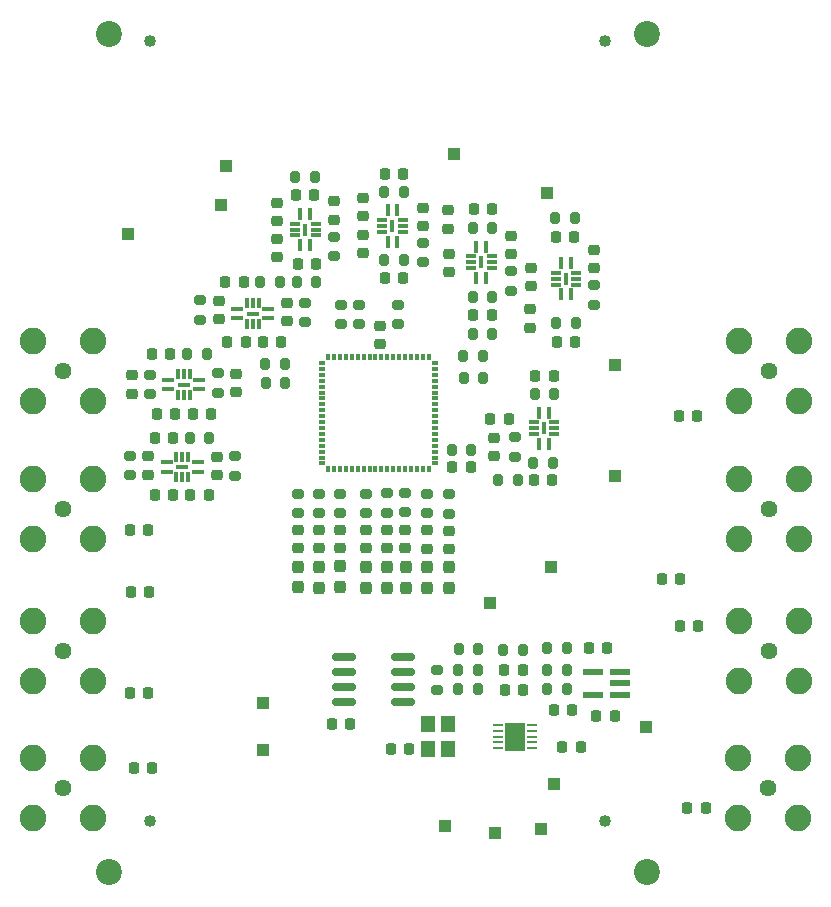
<source format=gts>
%TF.GenerationSoftware,KiCad,Pcbnew,8.0.5*%
%TF.CreationDate,2025-03-31T18:49:43-05:00*%
%TF.ProjectId,PSEC5_Board,50534543-355f-4426-9f61-72642e6b6963,rev?*%
%TF.SameCoordinates,Original*%
%TF.FileFunction,Soldermask,Top*%
%TF.FilePolarity,Negative*%
%FSLAX46Y46*%
G04 Gerber Fmt 4.6, Leading zero omitted, Abs format (unit mm)*
G04 Created by KiCad (PCBNEW 8.0.5) date 2025-03-31 18:49:43*
%MOMM*%
%LPD*%
G01*
G04 APERTURE LIST*
G04 Aperture macros list*
%AMRoundRect*
0 Rectangle with rounded corners*
0 $1 Rounding radius*
0 $2 $3 $4 $5 $6 $7 $8 $9 X,Y pos of 4 corners*
0 Add a 4 corners polygon primitive as box body*
4,1,4,$2,$3,$4,$5,$6,$7,$8,$9,$2,$3,0*
0 Add four circle primitives for the rounded corners*
1,1,$1+$1,$2,$3*
1,1,$1+$1,$4,$5*
1,1,$1+$1,$6,$7*
1,1,$1+$1,$8,$9*
0 Add four rect primitives between the rounded corners*
20,1,$1+$1,$2,$3,$4,$5,0*
20,1,$1+$1,$4,$5,$6,$7,0*
20,1,$1+$1,$6,$7,$8,$9,0*
20,1,$1+$1,$8,$9,$2,$3,0*%
G04 Aperture macros list end*
%ADD10RoundRect,0.225000X-0.250000X0.225000X-0.250000X-0.225000X0.250000X-0.225000X0.250000X0.225000X0*%
%ADD11RoundRect,0.225000X-0.225000X-0.250000X0.225000X-0.250000X0.225000X0.250000X-0.225000X0.250000X0*%
%ADD12R,1.000000X1.000000*%
%ADD13RoundRect,0.225000X0.225000X0.250000X-0.225000X0.250000X-0.225000X-0.250000X0.225000X-0.250000X0*%
%ADD14RoundRect,0.200000X-0.275000X0.200000X-0.275000X-0.200000X0.275000X-0.200000X0.275000X0.200000X0*%
%ADD15RoundRect,0.200000X-0.200000X-0.275000X0.200000X-0.275000X0.200000X0.275000X-0.200000X0.275000X0*%
%ADD16RoundRect,0.200000X0.275000X-0.200000X0.275000X0.200000X-0.275000X0.200000X-0.275000X-0.200000X0*%
%ADD17RoundRect,0.200000X0.200000X0.275000X-0.200000X0.275000X-0.200000X-0.275000X0.200000X-0.275000X0*%
%ADD18R,1.805236X0.612132*%
%ADD19R,0.300000X1.009300*%
%ADD20R,0.299974X1.004824*%
%ADD21R,0.914400X0.304800*%
%ADD22R,0.349758X0.999998*%
%ADD23C,1.440000*%
%ADD24C,2.250000*%
%ADD25RoundRect,0.237500X-0.237500X0.287500X-0.237500X-0.287500X0.237500X-0.287500X0.237500X0.287500X0*%
%ADD26R,1.009300X0.300000*%
%ADD27R,1.004824X0.299974*%
%ADD28R,0.304800X0.914400*%
%ADD29R,0.999998X0.349758*%
%ADD30C,2.200000*%
%ADD31RoundRect,0.225000X0.250000X-0.225000X0.250000X0.225000X-0.250000X0.225000X-0.250000X-0.225000X0*%
%ADD32RoundRect,0.102000X0.500000X0.600000X-0.500000X0.600000X-0.500000X-0.600000X0.500000X-0.600000X0*%
%ADD33R,0.500000X0.300000*%
%ADD34R,0.300000X0.500000*%
%ADD35RoundRect,0.150000X0.825000X0.150000X-0.825000X0.150000X-0.825000X-0.150000X0.825000X-0.150000X0*%
%ADD36R,0.812800X0.254000*%
%ADD37R,1.752600X2.489200*%
%ADD38C,1.020000*%
G04 APERTURE END LIST*
D10*
%TO.C,C116*%
X132964300Y-83775000D03*
X132964300Y-82225000D03*
%TD*%
D11*
%TO.C,C121*%
X129264300Y-85475000D03*
X127714300Y-85475000D03*
%TD*%
D12*
%TO.C,READCLK*%
X133350000Y-60925000D03*
%TD*%
D13*
%TO.C,C35*%
X166675000Y-104150000D03*
X165125000Y-104150000D03*
%TD*%
D14*
%TO.C,R33*%
X164950000Y-67675000D03*
X164950000Y-69325000D03*
%TD*%
D10*
%TO.C,C90*%
X150752071Y-88427071D03*
X150752071Y-89977071D03*
%TD*%
D15*
%TO.C,R24*%
X159800000Y-82700000D03*
X161450000Y-82700000D03*
%TD*%
D16*
%TO.C,R57*%
X147400000Y-86950000D03*
X147400000Y-85300000D03*
%TD*%
D17*
%TO.C,R30*%
X161550000Y-76900000D03*
X159900000Y-76900000D03*
%TD*%
D18*
%TO.C,U4*%
X167150000Y-102350001D03*
X167150000Y-101400000D03*
X167150000Y-100449999D03*
X164849034Y-100449999D03*
X164849034Y-102350001D03*
%TD*%
D17*
%TO.C,R26*%
X155550000Y-75550000D03*
X153900000Y-75550000D03*
%TD*%
D13*
%TO.C,C94*%
X127175000Y-102200000D03*
X125625000Y-102200000D03*
%TD*%
D17*
%TO.C,R36*%
X156325000Y-62810700D03*
X154675000Y-62810700D03*
%TD*%
D19*
%TO.C,IC4*%
X154975000Y-67039650D03*
D20*
X155774999Y-67041812D03*
D21*
X156251300Y-66224999D03*
X156251300Y-65725000D03*
X156251300Y-65225001D03*
D20*
X155774999Y-64408188D03*
X154975001Y-64408188D03*
D21*
X154498700Y-65225001D03*
X154498700Y-65725000D03*
X154498700Y-66224999D03*
D22*
X155350000Y-65725000D03*
%TD*%
D14*
%TO.C,R45*%
X145050000Y-69350000D03*
X145050000Y-71000000D03*
%TD*%
D23*
%TO.C,J10*%
X119975000Y-74950000D03*
D24*
X122515000Y-72410000D03*
X117435000Y-72410000D03*
X122515000Y-77490000D03*
X117435000Y-77490000D03*
%TD*%
D12*
%TO.C,DAC_V_OUT*%
X156125000Y-94600000D03*
%TD*%
D10*
%TO.C,C92*%
X147400000Y-88425000D03*
X147400000Y-89975000D03*
%TD*%
D23*
%TO.C,J3*%
X179700000Y-74950000D03*
D24*
X177160000Y-77490000D03*
X182240000Y-77490000D03*
X177160000Y-72410000D03*
X182240000Y-72410000D03*
%TD*%
D16*
%TO.C,R69*%
X133084444Y-76774999D03*
X133084444Y-75124999D03*
%TD*%
D10*
%TO.C,C89*%
X152625000Y-88475000D03*
X152625000Y-90025000D03*
%TD*%
D12*
%TO.C,ADC_SDO1*%
X156550000Y-114100000D03*
%TD*%
D15*
%TO.C,R12*%
X152875000Y-81600000D03*
X154525000Y-81600000D03*
%TD*%
D11*
%TO.C,C52*%
X161500000Y-75400000D03*
X159950000Y-75400000D03*
%TD*%
D12*
%TO.C,PED1*%
X161275000Y-91550000D03*
%TD*%
D16*
%TO.C,R56*%
X148950000Y-86925000D03*
X148950000Y-85275000D03*
%TD*%
D12*
%TO.C,ADC_SDI1*%
X161500000Y-109950000D03*
%TD*%
D16*
%TO.C,R60*%
X141625000Y-87000000D03*
X141625000Y-85350000D03*
%TD*%
D25*
%TO.C,L4*%
X147400000Y-91550000D03*
X147400000Y-93300000D03*
%TD*%
D17*
%TO.C,R28*%
X158450000Y-84200000D03*
X156800000Y-84200000D03*
%TD*%
%TO.C,R42*%
X148825000Y-59808188D03*
X147175000Y-59808188D03*
%TD*%
D16*
%TO.C,R68*%
X140458189Y-70801301D03*
X140458189Y-69151301D03*
%TD*%
D10*
%TO.C,C55*%
X164950000Y-64700000D03*
X164950000Y-66250000D03*
%TD*%
D26*
%TO.C,IC8*%
X131513394Y-76474999D03*
D27*
X131515556Y-75675000D03*
D28*
X130698743Y-75198699D03*
X130198744Y-75198699D03*
X129698745Y-75198699D03*
D27*
X128881932Y-75675000D03*
X128881932Y-76474998D03*
D28*
X129698745Y-76951299D03*
X130198744Y-76951299D03*
X130698743Y-76951299D03*
D29*
X130198744Y-76099999D03*
%TD*%
D10*
%TO.C,C97*%
X143425000Y-88400000D03*
X143425000Y-89950000D03*
%TD*%
D13*
%TO.C,C53*%
X161798699Y-72525000D03*
X163348699Y-72525000D03*
%TD*%
D11*
%TO.C,C87*%
X172175000Y-96525000D03*
X173725000Y-96525000D03*
%TD*%
D19*
%TO.C,IC2*%
X161100000Y-78485350D03*
D20*
X160300001Y-78483188D03*
D21*
X159823700Y-79300001D03*
X159823700Y-79800000D03*
X159823700Y-80299999D03*
D20*
X160300001Y-81116812D03*
X161099999Y-81116812D03*
D21*
X161576300Y-80299999D03*
X161576300Y-79800000D03*
X161576300Y-79300001D03*
D22*
X160725000Y-79800000D03*
%TD*%
D12*
%TO.C,THRESH1*%
X166700000Y-83825000D03*
%TD*%
D30*
%TO.C,H3*%
X123825000Y-117400000D03*
%TD*%
D25*
%TO.C,L8*%
X139825000Y-91525000D03*
X139825000Y-93275000D03*
%TD*%
D11*
%TO.C,C37*%
X147704400Y-106975000D03*
X149254400Y-106975000D03*
%TD*%
D13*
%TO.C,C106*%
X129059444Y-73549999D03*
X127509444Y-73549999D03*
%TD*%
%TO.C,C108*%
X136908189Y-72501301D03*
X138458189Y-72501301D03*
%TD*%
D12*
%TO.C,ADC_SCK*%
X160425000Y-113725000D03*
%TD*%
D13*
%TO.C,C99*%
X127150000Y-88425000D03*
X125600000Y-88425000D03*
%TD*%
D23*
%TO.C,J4*%
X179700000Y-86600000D03*
D24*
X177160000Y-89140000D03*
X182240000Y-89140000D03*
X177160000Y-84060000D03*
X182240000Y-84060000D03*
%TD*%
D15*
%TO.C,R31*%
X161748699Y-70850000D03*
X163398699Y-70850000D03*
%TD*%
D14*
%TO.C,R51*%
X142900001Y-63583188D03*
X142900001Y-65233188D03*
%TD*%
D23*
%TO.C,J8*%
X119975000Y-98690000D03*
D24*
X122515000Y-96150000D03*
X117435000Y-96150000D03*
X122515000Y-101230000D03*
X117435000Y-101230000D03*
%TD*%
D13*
%TO.C,C33*%
X158875000Y-100225000D03*
X157325000Y-100225000D03*
%TD*%
D15*
%TO.C,R8*%
X157225000Y-98550000D03*
X158875000Y-98550000D03*
%TD*%
D16*
%TO.C,R55*%
X150752071Y-86977071D03*
X150752071Y-85327071D03*
%TD*%
D31*
%TO.C,C76*%
X142900001Y-62133188D03*
X142900001Y-60583188D03*
%TD*%
D32*
%TO.C,Y1*%
X152554400Y-106925000D03*
X152554400Y-104825000D03*
X150904400Y-104825000D03*
X150904400Y-106925000D03*
%TD*%
D11*
%TO.C,C85*%
X172125000Y-78800000D03*
X173675000Y-78800000D03*
%TD*%
D17*
%TO.C,R27*%
X155505000Y-73675000D03*
X153855000Y-73675000D03*
%TD*%
D16*
%TO.C,R77*%
X134489300Y-83825000D03*
X134489300Y-82175000D03*
%TD*%
D14*
%TO.C,R32*%
X158225000Y-80575000D03*
X158225000Y-82225000D03*
%TD*%
D11*
%TO.C,C64*%
X156275000Y-61260700D03*
X154725000Y-61260700D03*
%TD*%
D10*
%TO.C,C54*%
X156425000Y-80625000D03*
X156425000Y-82175000D03*
%TD*%
%TO.C,C91*%
X148950000Y-88425000D03*
X148950000Y-89975000D03*
%TD*%
D15*
%TO.C,R2*%
X153475000Y-98500000D03*
X155125000Y-98500000D03*
%TD*%
D30*
%TO.C,H2*%
X169400000Y-46450000D03*
%TD*%
D12*
%TO.C,INTEGRATOR*%
X169350000Y-105125000D03*
%TD*%
D13*
%TO.C,C75*%
X139825001Y-65858188D03*
X141375001Y-65858188D03*
%TD*%
D10*
%TO.C,C58*%
X159498699Y-71275000D03*
X159498699Y-69725000D03*
%TD*%
D13*
%TO.C,C117*%
X129289300Y-80650000D03*
X127739300Y-80650000D03*
%TD*%
D14*
%TO.C,R40*%
X157875000Y-66485700D03*
X157875000Y-68135700D03*
%TD*%
D15*
%TO.C,R7*%
X160950000Y-100225000D03*
X162600000Y-100225000D03*
%TD*%
%TO.C,R75*%
X137125000Y-75925000D03*
X138775000Y-75925000D03*
%TD*%
D14*
%TO.C,R44*%
X148350000Y-69325000D03*
X148350000Y-70975000D03*
%TD*%
D15*
%TO.C,R48*%
X147150000Y-65558188D03*
X148800000Y-65558188D03*
%TD*%
D10*
%TO.C,C96*%
X145600000Y-88425000D03*
X145600000Y-89975000D03*
%TD*%
D13*
%TO.C,C50*%
X159850000Y-84200000D03*
X161400000Y-84200000D03*
%TD*%
D12*
%TO.C,CLK_OUT*%
X136900000Y-107025000D03*
%TD*%
D13*
%TO.C,C93*%
X127500000Y-108550000D03*
X125950000Y-108550000D03*
%TD*%
D25*
%TO.C,L1*%
X152650000Y-91550000D03*
X152650000Y-93300000D03*
%TD*%
D11*
%TO.C,C31*%
X157375000Y-101925000D03*
X158925000Y-101925000D03*
%TD*%
D14*
%TO.C,R64*%
X143500000Y-69350000D03*
X143500000Y-71000000D03*
%TD*%
D10*
%TO.C,C105*%
X134609444Y-76724999D03*
X134609444Y-75174999D03*
%TD*%
D11*
%TO.C,C51*%
X163248699Y-63600000D03*
X161698699Y-63600000D03*
%TD*%
%TO.C,C114*%
X129459444Y-78574999D03*
X127909444Y-78574999D03*
%TD*%
D31*
%TO.C,C101*%
X133133189Y-69026301D03*
X133133189Y-70576301D03*
%TD*%
D10*
%TO.C,C78*%
X145400000Y-64958188D03*
X145400000Y-63408188D03*
%TD*%
D15*
%TO.C,R4*%
X153450000Y-100275000D03*
X155100000Y-100275000D03*
%TD*%
D12*
%TO.C,TRIGGERIN*%
X125500000Y-63350000D03*
%TD*%
D25*
%TO.C,L3*%
X149000000Y-91550000D03*
X149000000Y-93300000D03*
%TD*%
D13*
%TO.C,C65*%
X154700000Y-70210700D03*
X156250000Y-70210700D03*
%TD*%
D31*
%TO.C,C81*%
X138050001Y-63783188D03*
X138050001Y-65333188D03*
%TD*%
D13*
%TO.C,C95*%
X127250000Y-93650000D03*
X125700000Y-93650000D03*
%TD*%
D25*
%TO.C,L6*%
X143425000Y-91500000D03*
X143425000Y-93250000D03*
%TD*%
D13*
%TO.C,C73*%
X147200000Y-67083188D03*
X148750000Y-67083188D03*
%TD*%
D25*
%TO.C,L2*%
X150752071Y-91552071D03*
X150752071Y-93302071D03*
%TD*%
D14*
%TO.C,R50*%
X150475000Y-64083188D03*
X150475000Y-65733188D03*
%TD*%
D15*
%TO.C,R9*%
X160950000Y-101875000D03*
X162600000Y-101875000D03*
%TD*%
D23*
%TO.C,J7*%
X119975000Y-110275000D03*
D24*
X122515000Y-112815000D03*
X122515000Y-107735000D03*
X117435000Y-112815000D03*
X117435000Y-107735000D03*
%TD*%
D19*
%TO.C,IC3*%
X162149999Y-68439650D03*
D20*
X162949998Y-68441812D03*
D21*
X163426299Y-67624999D03*
X163426299Y-67125000D03*
X163426299Y-66625001D03*
D20*
X162949998Y-65808188D03*
X162150000Y-65808188D03*
D21*
X161673699Y-66625001D03*
X161673699Y-67125000D03*
X161673699Y-67624999D03*
D22*
X162524999Y-67125000D03*
%TD*%
D13*
%TO.C,C112*%
X130964444Y-78579999D03*
X132514444Y-78579999D03*
%TD*%
D31*
%TO.C,C115*%
X127169300Y-82175000D03*
X127169300Y-83725000D03*
%TD*%
D16*
%TO.C,R59*%
X143425000Y-86975000D03*
X143425000Y-85325000D03*
%TD*%
D14*
%TO.C,R74*%
X125639300Y-82125000D03*
X125639300Y-83775000D03*
%TD*%
D19*
%TO.C,IC5*%
X147474999Y-63989650D03*
D20*
X148274998Y-63991812D03*
D21*
X148751299Y-63174999D03*
X148751299Y-62675000D03*
X148751299Y-62175001D03*
D20*
X148274998Y-61358188D03*
X147475000Y-61358188D03*
D21*
X146998699Y-62175001D03*
X146998699Y-62675000D03*
X146998699Y-63174999D03*
D22*
X147849999Y-62675000D03*
%TD*%
D11*
%TO.C,C38*%
X152925000Y-83100000D03*
X154475000Y-83100000D03*
%TD*%
D12*
%TO.C,PSEC5_CLK_OUT*%
X136925000Y-103025000D03*
%TD*%
D11*
%TO.C,C71*%
X148775000Y-58283188D03*
X147225000Y-58283188D03*
%TD*%
D26*
%TO.C,IC7*%
X137339651Y-70476300D03*
D27*
X137341813Y-69676301D03*
D28*
X136525000Y-69200000D03*
X136025001Y-69200000D03*
X135525002Y-69200000D03*
D27*
X134708189Y-69676301D03*
X134708189Y-70476299D03*
D28*
X135525002Y-70952600D03*
X136025001Y-70952600D03*
X136525000Y-70952600D03*
D29*
X136025001Y-70101300D03*
%TD*%
D17*
%TO.C,R5*%
X162625000Y-98375000D03*
X160975000Y-98375000D03*
%TD*%
D14*
%TO.C,R3*%
X151650000Y-100300000D03*
X151650000Y-101950000D03*
%TD*%
D15*
%TO.C,R49*%
X139775001Y-67383188D03*
X141425001Y-67383188D03*
%TD*%
D13*
%TO.C,C104*%
X135258189Y-67376301D03*
X133708189Y-67376301D03*
%TD*%
D10*
%TO.C,C98*%
X141625000Y-88425000D03*
X141625000Y-89975000D03*
%TD*%
D16*
%TO.C,R61*%
X139825000Y-87000000D03*
X139825000Y-85350000D03*
%TD*%
D23*
%TO.C,J6*%
X179695000Y-110275000D03*
D24*
X177155000Y-112815000D03*
X182235000Y-112815000D03*
X177155000Y-107735000D03*
X182235000Y-107735000D03*
%TD*%
D33*
%TO.C,U1*%
X141925000Y-82775000D03*
X141925000Y-82275000D03*
X141925000Y-81775000D03*
X141925000Y-81275000D03*
X141925000Y-80775000D03*
X141925000Y-80275000D03*
X141925000Y-79775000D03*
X141925000Y-79275000D03*
X141925000Y-78775000D03*
X141925000Y-78275000D03*
X141925000Y-77775000D03*
X141925000Y-77275000D03*
X141925000Y-76775000D03*
X141925000Y-76275000D03*
X141925000Y-75775000D03*
X141925000Y-75275000D03*
X141925000Y-74775000D03*
X141925000Y-74275000D03*
D34*
X142425000Y-73775000D03*
X142925000Y-73775000D03*
X143425000Y-73775000D03*
X143925000Y-73775000D03*
X144425000Y-73775000D03*
X144925000Y-73775000D03*
X145425000Y-73775000D03*
X145925000Y-73775000D03*
X146425000Y-73775000D03*
X146925000Y-73775000D03*
X147425000Y-73775000D03*
X147925000Y-73775000D03*
X148425000Y-73775000D03*
X148925000Y-73775000D03*
X149425000Y-73775000D03*
X149925000Y-73775000D03*
X150425000Y-73775000D03*
X150925000Y-73775000D03*
D33*
X151425000Y-74275000D03*
X151425000Y-74775000D03*
X151425000Y-75275000D03*
X151425000Y-75775000D03*
X151425000Y-76275000D03*
X151425000Y-76775000D03*
X151425000Y-77275000D03*
X151425000Y-77775000D03*
X151425000Y-78275000D03*
X151425000Y-78775000D03*
X151425000Y-79275000D03*
X151425000Y-79775000D03*
X151425000Y-80275000D03*
X151425000Y-80775000D03*
X151425000Y-81275000D03*
X151425000Y-81775000D03*
X151425000Y-82275000D03*
X151425000Y-82775000D03*
D34*
X150925000Y-83275000D03*
X150425000Y-83275000D03*
X149925000Y-83275000D03*
X149425000Y-83275000D03*
X148925000Y-83275000D03*
X148425000Y-83275000D03*
X147925000Y-83275000D03*
X147425000Y-83275000D03*
X146925000Y-83275000D03*
X146425000Y-83275000D03*
X145925000Y-83275000D03*
X145425000Y-83275000D03*
X144925000Y-83275000D03*
X144425000Y-83275000D03*
X143925000Y-83275000D03*
X143425000Y-83275000D03*
X142925000Y-83275000D03*
X142425000Y-83275000D03*
%TD*%
D11*
%TO.C,C34*%
X161500000Y-103675000D03*
X163050000Y-103675000D03*
%TD*%
D15*
%TO.C,R39*%
X154650000Y-68660700D03*
X156300000Y-68660700D03*
%TD*%
D16*
%TO.C,R54*%
X152625000Y-87025000D03*
X152625000Y-85375000D03*
%TD*%
D30*
%TO.C,H1*%
X123825000Y-46450000D03*
%TD*%
D10*
%TO.C,C103*%
X138933189Y-70751301D03*
X138933189Y-69201301D03*
%TD*%
%TO.C,C80*%
X145400000Y-61858188D03*
X145400000Y-60308188D03*
%TD*%
D30*
%TO.C,H4*%
X169400000Y-117400000D03*
%TD*%
D14*
%TO.C,R62*%
X131583189Y-68976301D03*
X131583189Y-70626301D03*
%TD*%
D12*
%TO.C,RST*%
X160925000Y-59850000D03*
%TD*%
D11*
%TO.C,C72*%
X141250001Y-60083188D03*
X139700001Y-60083188D03*
%TD*%
D15*
%TO.C,R71*%
X130484444Y-73549999D03*
X132134444Y-73549999D03*
%TD*%
D25*
%TO.C,L5*%
X145600000Y-91550000D03*
X145600000Y-93300000D03*
%TD*%
D15*
%TO.C,R65*%
X137075000Y-74350000D03*
X138725000Y-74350000D03*
%TD*%
D31*
%TO.C,C67*%
X152625000Y-65035700D03*
X152625000Y-66585700D03*
%TD*%
D11*
%TO.C,C30*%
X162254400Y-106775000D03*
X163804400Y-106775000D03*
%TD*%
%TO.C,C86*%
X170650000Y-92525000D03*
X172200000Y-92525000D03*
%TD*%
D12*
%TO.C,TRIGGEROUT*%
X133800000Y-57600000D03*
%TD*%
D23*
%TO.C,J9*%
X119975000Y-86600000D03*
D24*
X122515000Y-84060000D03*
X117435000Y-84060000D03*
X122515000Y-89140000D03*
X117435000Y-89140000D03*
%TD*%
D11*
%TO.C,C109*%
X135433189Y-72501301D03*
X133883189Y-72501301D03*
%TD*%
D15*
%TO.C,R78*%
X130714300Y-80650000D03*
X132364300Y-80650000D03*
%TD*%
D11*
%TO.C,C32*%
X164500000Y-98400000D03*
X166050000Y-98400000D03*
%TD*%
D10*
%TO.C,C84*%
X138050001Y-62283188D03*
X138050001Y-60733188D03*
%TD*%
D26*
%TO.C,IC9*%
X131378950Y-83475000D03*
D27*
X131381112Y-82675001D03*
D28*
X130564299Y-82198700D03*
X130064300Y-82198700D03*
X129564301Y-82198700D03*
D27*
X128747488Y-82675001D03*
X128747488Y-83474999D03*
D28*
X129564301Y-83951300D03*
X130064300Y-83951300D03*
X130564299Y-83951300D03*
D29*
X130064300Y-83100000D03*
%TD*%
D17*
%TO.C,R43*%
X141300001Y-58558188D03*
X139650001Y-58558188D03*
%TD*%
D16*
%TO.C,R58*%
X145625000Y-86975000D03*
X145625000Y-85325000D03*
%TD*%
D31*
%TO.C,C102*%
X125784444Y-75324999D03*
X125784444Y-76874999D03*
%TD*%
D12*
%TO.C,SPICLK*%
X166675000Y-74450000D03*
%TD*%
D14*
%TO.C,R63*%
X127309444Y-75274999D03*
X127309444Y-76924999D03*
%TD*%
D12*
%TO.C,ADC_CNV*%
X152325000Y-113475000D03*
%TD*%
D35*
%TO.C,IC1*%
X148725000Y-102965000D03*
X148725000Y-101695000D03*
X148725000Y-100425000D03*
X148725000Y-99155000D03*
X143775000Y-99155000D03*
X143775000Y-100425000D03*
X143775000Y-101695000D03*
X143775000Y-102965000D03*
%TD*%
D10*
%TO.C,C100*%
X139825000Y-88425000D03*
X139825000Y-89975000D03*
%TD*%
%TO.C,C66*%
X157875000Y-63510700D03*
X157875000Y-65060700D03*
%TD*%
D11*
%TO.C,C56*%
X157700000Y-79000000D03*
X156150000Y-79000000D03*
%TD*%
D31*
%TO.C,C14*%
X146825000Y-72650000D03*
X146825000Y-71100000D03*
%TD*%
D25*
%TO.C,L7*%
X141625000Y-91575000D03*
X141625000Y-93325000D03*
%TD*%
D11*
%TO.C,C28*%
X142725000Y-104875000D03*
X144275000Y-104875000D03*
%TD*%
D31*
%TO.C,C70*%
X152600000Y-61335700D03*
X152600000Y-62885700D03*
%TD*%
D10*
%TO.C,C74*%
X150475000Y-61108188D03*
X150475000Y-62658188D03*
%TD*%
D36*
%TO.C,U3*%
X159675000Y-106900000D03*
X159675000Y-106399998D03*
X159675000Y-105899999D03*
X159675000Y-105400000D03*
X159675000Y-104899998D03*
X156779400Y-104899998D03*
X156779400Y-105400000D03*
X156779400Y-105899999D03*
X156779400Y-106399998D03*
X156779400Y-106900000D03*
D37*
X158227200Y-105899999D03*
%TD*%
D17*
%TO.C,R70*%
X138333189Y-67376301D03*
X136683189Y-67376301D03*
%TD*%
D23*
%TO.C,J5*%
X179700000Y-98690000D03*
D24*
X177160000Y-101230000D03*
X182240000Y-101230000D03*
X177160000Y-96150000D03*
X182240000Y-96150000D03*
%TD*%
D31*
%TO.C,C62*%
X159548699Y-66200000D03*
X159548699Y-67750000D03*
%TD*%
D19*
%TO.C,IC6*%
X140075000Y-64289650D03*
D20*
X140874999Y-64291812D03*
D21*
X141351300Y-63474999D03*
X141351300Y-62975000D03*
X141351300Y-62475001D03*
D20*
X140874999Y-61658188D03*
X140075001Y-61658188D03*
D21*
X139598700Y-62475001D03*
X139598700Y-62975000D03*
X139598700Y-63474999D03*
D22*
X140450000Y-62975000D03*
%TD*%
D17*
%TO.C,R37*%
X156300001Y-71850001D03*
X154650001Y-71850001D03*
%TD*%
D12*
%TO.C,PICO*%
X153075000Y-56600000D03*
%TD*%
D11*
%TO.C,C88*%
X172825000Y-111975000D03*
X174375000Y-111975000D03*
%TD*%
D17*
%TO.C,R25*%
X163298699Y-62000000D03*
X161648699Y-62000000D03*
%TD*%
%TO.C,R6*%
X155100000Y-101875000D03*
X153450000Y-101875000D03*
%TD*%
D13*
%TO.C,C118*%
X130744300Y-85480000D03*
X132294300Y-85480000D03*
%TD*%
D38*
%TO.C,J1*%
X127343400Y-46972139D03*
X165823400Y-46972139D03*
%TD*%
%TO.C,J2*%
X127343400Y-113035000D03*
X165823400Y-113035000D03*
%TD*%
M02*

</source>
